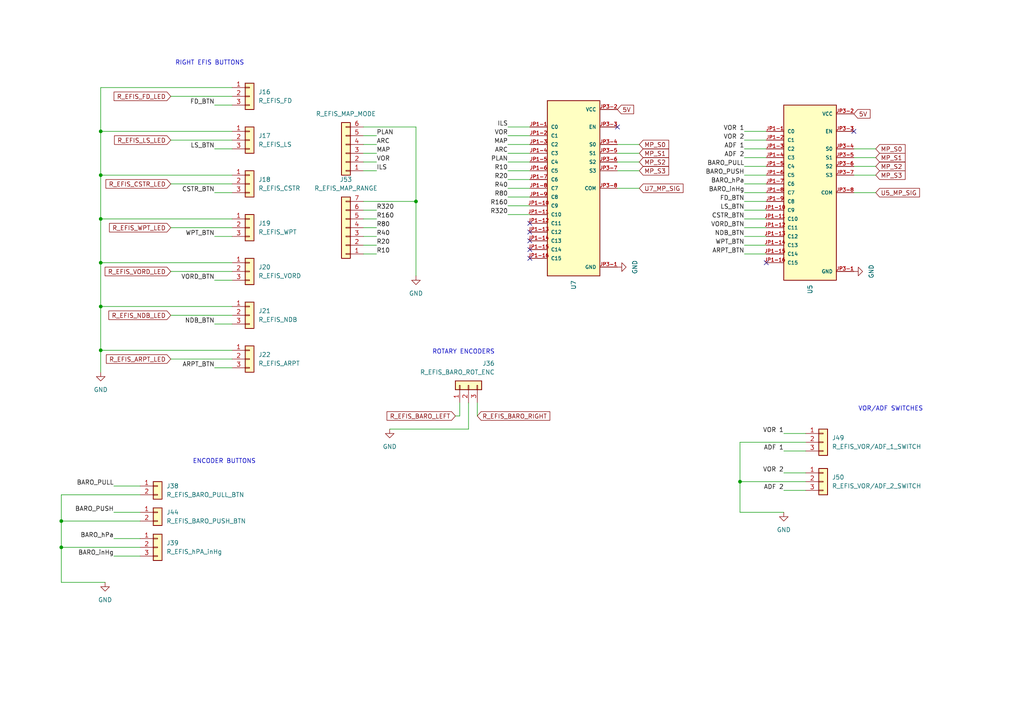
<source format=kicad_sch>
(kicad_sch (version 20231120) (generator "eeschema") (generator_version "8.0")
  (paper "A4")
  (title_block (title "FCU Mainboard schematics") (date "2024-03-05") (rev "1.0"))
  (lib_symbols
    (symbol "Connector_Generic:Conn_01x02" (pin_names (offset 1.016) hide)
      (property "Reference" "J" (at 0 2.54 0))
      (property "Value" "Conn_01x02" (at 0 -5.08 0))
      (symbol "Conn_01x02_1_1"
        (rectangle (start -1.27 -2.413) (end 0 -2.667) (stroke (width 0.1524)))
        (rectangle (start -1.27 0.127) (end 0 -0.127) (stroke (width 0.1524)))
        (rectangle (start -1.27 1.27) (end 1.27 -3.81) (stroke (width 0.254)) (fill (type background)))
        (pin passive line (at -5.08 0 0) (length 3.81) (name "Pin_1") (number "1"))
        (pin passive line (at -5.08 -2.54 0) (length 3.81) (name "Pin_2") (number "2"))
      )
    )
    (symbol "Connector_Generic:Conn_01x03" (pin_names (offset 1.016) hide)
      (property "Reference" "J" (at 0 5.08 0))
      (property "Value" "Conn_01x03" (at 0 -5.08 0))
      (symbol "Conn_01x03_1_1"
        (rectangle (start -1.27 -2.413) (end 0 -2.667) (stroke (width 0.1524)))
        (rectangle (start -1.27 0.127) (end 0 -0.127) (stroke (width 0.1524)))
        (rectangle (start -1.27 2.667) (end 0 2.413) (stroke (width 0.1524)))
        (rectangle (start -1.27 3.81) (end 1.27 -3.81) (stroke (width 0.254)) (fill (type background)))
        (pin passive line (at -5.08 2.54 0) (length 3.81) (name "Pin_1") (number "1"))
        (pin passive line (at -5.08 0 0) (length 3.81) (name "Pin_2") (number "2"))
        (pin passive line (at -5.08 -2.54 0) (length 3.81) (name "Pin_3") (number "3"))
      )
    )
    (symbol "Connector_Generic:Conn_01x06" (pin_names (offset 1.016) hide)
      (property "Reference" "J" (at 0 7.62 0))
      (property "Value" "Conn_01x06" (at 0 -10.16 0))
      (symbol "Conn_01x06_1_1"
        (rectangle (start -1.27 -7.493) (end 0 -7.747) (stroke (width 0.1524)))
        (rectangle (start -1.27 -4.953) (end 0 -5.207) (stroke (width 0.1524)))
        (rectangle (start -1.27 -2.413) (end 0 -2.667) (stroke (width 0.1524)))
        (rectangle (start -1.27 0.127) (end 0 -0.127) (stroke (width 0.1524)))
        (rectangle (start -1.27 2.667) (end 0 2.413) (stroke (width 0.1524)))
        (rectangle (start -1.27 5.207) (end 0 4.953) (stroke (width 0.1524)))
        (rectangle (start -1.27 6.35) (end 1.27 -8.89) (stroke (width 0.254)) (fill (type background)))
        (pin passive line (at -5.08 5.08 0) (length 3.81) (name "Pin_1") (number "1"))
        (pin passive line (at -5.08 2.54 0) (length 3.81) (name "Pin_2") (number "2"))
        (pin passive line (at -5.08 0 0) (length 3.81) (name "Pin_3") (number "3"))
        (pin passive line (at -5.08 -2.54 0) (length 3.81) (name "Pin_4") (number "4"))
        (pin passive line (at -5.08 -5.08 0) (length 3.81) (name "Pin_5") (number "5"))
        (pin passive line (at -5.08 -7.62 0) (length 3.81) (name "Pin_6") (number "6"))
      )
    )
    (symbol "Connector_Generic:Conn_01x07" (pin_names (offset 1.016) hide)
      (property "Reference" "J" (at 0 10.16 0))
      (property "Value" "Conn_01x07" (at 0 -10.16 0))
      (symbol "Conn_01x07_1_1"
        (rectangle (start -1.27 -7.493) (end 0 -7.747) (stroke (width 0.1524)))
        (rectangle (start -1.27 -4.953) (end 0 -5.207) (stroke (width 0.1524)))
        (rectangle (start -1.27 -2.413) (end 0 -2.667) (stroke (width 0.1524)))
        (rectangle (start -1.27 0.127) (end 0 -0.127) (stroke (width 0.1524)))
        (rectangle (start -1.27 2.667) (end 0 2.413) (stroke (width 0.1524)))
        (rectangle (start -1.27 5.207) (end 0 4.953) (stroke (width 0.1524)))
        (rectangle (start -1.27 7.747) (end 0 7.493) (stroke (width 0.1524)))
        (rectangle (start -1.27 8.89) (end 1.27 -8.89) (stroke (width 0.254)) (fill (type background)))
        (pin passive line (at -5.08 7.62 0) (length 3.81) (name "Pin_1") (number "1"))
        (pin passive line (at -5.08 5.08 0) (length 3.81) (name "Pin_2") (number "2"))
        (pin passive line (at -5.08 2.54 0) (length 3.81) (name "Pin_3") (number "3"))
        (pin passive line (at -5.08 0 0) (length 3.81) (name "Pin_4") (number "4"))
        (pin passive line (at -5.08 -2.54 0) (length 3.81) (name "Pin_5") (number "5"))
        (pin passive line (at -5.08 -5.08 0) (length 3.81) (name "Pin_6") (number "6"))
        (pin passive line (at -5.08 -7.62 0) (length 3.81) (name "Pin_7") (number "7"))
      )
    )
    (symbol "SF_Library:Multiplexer CD74HC4067 Breakout" (pin_names (offset 1.016))
      (property "Reference" "U" (at -7.62 25.908 0))
      (property "Value" "Multiplexer CD74HC4067 Breakout" (at -7.62 -27.94 0))
      (symbol "Multiplexer CD74HC4067 Breakout_0_0"
        (rectangle (start -7.62 -25.4) (end 7.62 25.4) (stroke (width 0.254)) (fill (type background)))
        (pin input line (at -12.7 17.78 0) (length 5.08) (name "C0") (number "JP1-1"))
        (pin input line (at -12.7 -5.08 0) (length 5.08) (name "C9") (number "JP1-10"))
        (pin input line (at -12.7 -7.62 0) (length 5.08) (name "C10") (number "JP1-11"))
        (pin input line (at -12.7 -10.16 0) (length 5.08) (name "C11") (number "JP1-12"))
        (pin input line (at -12.7 -12.7 0) (length 5.08) (name "C12") (number "JP1-13"))
        (pin input line (at -12.7 -15.24 0) (length 5.08) (name "C13") (number "JP1-14"))
        (pin input line (at -12.7 -17.78 0) (length 5.08) (name "C14") (number "JP1-15"))
        (pin input line (at -12.7 -20.32 0) (length 5.08) (name "C15") (number "JP1-16"))
        (pin input line (at -12.7 15.24 0) (length 5.08) (name "C1") (number "JP1-2"))
        (pin input line (at -12.7 12.7 0) (length 5.08) (name "C2") (number "JP1-3"))
        (pin input line (at -12.7 10.16 0) (length 5.08) (name "C3") (number "JP1-4"))
        (pin input line (at -12.7 7.62 0) (length 5.08) (name "C4") (number "JP1-5"))
        (pin input line (at -12.7 5.08 0) (length 5.08) (name "C5") (number "JP1-6"))
        (pin input line (at -12.7 2.54 0) (length 5.08) (name "C6") (number "JP1-7"))
        (pin input line (at -12.7 0 0) (length 5.08) (name "C7") (number "JP1-8"))
        (pin input line (at -12.7 -2.54 0) (length 5.08) (name "C8") (number "JP1-9"))
        (pin power_in line (at 12.7 -22.86 180) (length 5.08) (name "GND") (number "JP3-1"))
        (pin power_in line (at 12.7 22.86 180) (length 5.08) (name "VCC") (number "JP3-2"))
        (pin input line (at 12.7 17.78 180) (length 5.08) (name "EN") (number "JP3-3"))
        (pin input line (at 12.7 12.7 180) (length 5.08) (name "S0") (number "JP3-4"))
        (pin input line (at 12.7 10.16 180) (length 5.08) (name "S1") (number "JP3-5"))
        (pin input line (at 12.7 7.62 180) (length 5.08) (name "S2") (number "JP3-6"))
        (pin input line (at 12.7 5.08 180) (length 5.08) (name "S3") (number "JP3-7"))
        (pin bidirectional line (at 12.7 0 180) (length 5.08) (name "COM") (number "JP3-8"))
      )
    )
    (symbol "power:GND" (power) (pin_names (offset 0))
      (property "Value" "GND" (at 0 -3.81 0))
      (symbol "GND_0_1"
        (polyline (pts (xy 0 0) (xy 0 -1.27) (xy 1.27 -1.27) (xy 0 -2.54) (xy -1.27 -1.27) (xy 0 -1.27)))
      )
      (symbol "GND_1_1"
        (pin power_in line (at 0 0 270) (length 0) hide (name "GND") (number "1"))
      )
    )
  )
  (junction (at 29.21 50.8))
  (junction (at 17.78 151.13))
  (junction (at 214.63 139.7))
  (junction (at 29.21 88.9))
  (junction (at 120.65 58.42))
  (junction (at 29.21 63.5))
  (junction (at 29.21 76.2))
  (junction (at 29.21 101.6))
  (junction (at 17.78 158.75))
  (junction (at 29.21 38.1))
  (no_connect (at 153.67 64.77))
  (no_connect (at 153.67 74.93))
  (no_connect (at 153.67 69.85))
  (no_connect (at 222.25 76.2))
  (no_connect (at 247.65 38.1))
  (no_connect (at 153.67 67.31))
  (no_connect (at 153.67 72.39))
  (no_connect (at 179.07 36.83))
  (wire (pts (xy 29.21 38.1) (xy 29.21 50.8)))
  (wire (pts (xy 247.65 43.18) (xy 254 43.18)))
  (wire (pts (xy 227.33 130.81) (xy 233.68 130.81)))
  (wire (pts (xy 215.9 48.26) (xy 222.25 48.26)))
  (wire (pts (xy 29.21 101.6) (xy 67.31 101.6)))
  (wire (pts (xy 49.53 53.34) (xy 67.31 53.34)))
  (wire (pts (xy 215.9 53.34) (xy 222.25 53.34)))
  (wire (pts (xy 247.65 48.26) (xy 254 48.26)))
  (wire (pts (xy 67.31 63.5) (xy 29.21 63.5)))
  (wire (pts (xy 49.53 40.64) (xy 67.31 40.64)))
  (wire (pts (xy 233.68 128.27) (xy 214.63 128.27)))
  (wire (pts (xy 215.9 66.04) (xy 222.25 66.04)))
  (wire (pts (xy 62.23 81.28) (xy 67.31 81.28)))
  (wire (pts (xy 147.32 44.45) (xy 153.67 44.45)))
  (wire (pts (xy 49.53 27.94) (xy 67.31 27.94)))
  (wire (pts (xy 67.31 25.4) (xy 29.21 25.4)))
  (wire (pts (xy 40.64 158.75) (xy 17.78 158.75)))
  (wire (pts (xy 105.41 60.96) (xy 109.22 60.96)))
  (wire (pts (xy 147.32 52.07) (xy 153.67 52.07)))
  (wire (pts (xy 132.08 120.65) (xy 133.35 120.65)))
  (wire (pts (xy 105.41 66.04) (xy 109.22 66.04)))
  (wire (pts (xy 227.33 125.73) (xy 233.68 125.73)))
  (wire (pts (xy 105.41 36.83) (xy 120.65 36.83)))
  (wire (pts (xy 62.23 68.58) (xy 67.31 68.58)))
  (wire (pts (xy 215.9 73.66) (xy 222.25 73.66)))
  (wire (pts (xy 215.9 58.42) (xy 222.25 58.42)))
  (wire (pts (xy 49.53 66.04) (xy 67.31 66.04)))
  (wire (pts (xy 215.9 43.18) (xy 222.25 43.18)))
  (wire (pts (xy 179.07 49.53) (xy 185.42 49.53)))
  (wire (pts (xy 49.53 104.14) (xy 67.31 104.14)))
  (wire (pts (xy 17.78 151.13) (xy 40.64 151.13)))
  (wire (pts (xy 29.21 25.4) (xy 29.21 38.1)))
  (wire (pts (xy 105.41 49.53) (xy 109.22 49.53)))
  (wire (pts (xy 179.07 54.61) (xy 185.42 54.61)))
  (wire (pts (xy 215.9 71.12) (xy 222.25 71.12)))
  (wire (pts (xy 147.32 36.83) (xy 153.67 36.83)))
  (wire (pts (xy 17.78 143.51) (xy 17.78 151.13)))
  (wire (pts (xy 29.21 88.9) (xy 29.21 101.6)))
  (wire (pts (xy 17.78 158.75) (xy 17.78 168.91)))
  (wire (pts (xy 120.65 36.83) (xy 120.65 58.42)))
  (wire (pts (xy 215.9 68.58) (xy 222.25 68.58)))
  (wire (pts (xy 247.65 50.8) (xy 254 50.8)))
  (wire (pts (xy 29.21 38.1) (xy 67.31 38.1)))
  (wire (pts (xy 227.33 137.16) (xy 233.68 137.16)))
  (wire (pts (xy 67.31 88.9) (xy 29.21 88.9)))
  (wire (pts (xy 105.41 39.37) (xy 109.22 39.37)))
  (wire (pts (xy 62.23 93.98) (xy 67.31 93.98)))
  (wire (pts (xy 105.41 73.66) (xy 109.22 73.66)))
  (wire (pts (xy 29.21 76.2) (xy 29.21 88.9)))
  (wire (pts (xy 105.41 41.91) (xy 109.22 41.91)))
  (wire (pts (xy 147.32 46.99) (xy 153.67 46.99)))
  (wire (pts (xy 147.32 62.23) (xy 153.67 62.23)))
  (wire (pts (xy 147.32 49.53) (xy 153.67 49.53)))
  (wire (pts (xy 215.9 55.88) (xy 222.25 55.88)))
  (wire (pts (xy 215.9 38.1) (xy 222.25 38.1)))
  (wire (pts (xy 147.32 57.15) (xy 153.67 57.15)))
  (wire (pts (xy 62.23 43.18) (xy 67.31 43.18)))
  (wire (pts (xy 29.21 50.8) (xy 29.21 63.5)))
  (wire (pts (xy 105.41 71.12) (xy 109.22 71.12)))
  (wire (pts (xy 214.63 139.7) (xy 214.63 148.59)))
  (wire (pts (xy 147.32 59.69) (xy 153.67 59.69)))
  (wire (pts (xy 29.21 76.2) (xy 67.31 76.2)))
  (wire (pts (xy 105.41 44.45) (xy 109.22 44.45)))
  (wire (pts (xy 105.41 68.58) (xy 109.22 68.58)))
  (wire (pts (xy 215.9 45.72) (xy 222.25 45.72)))
  (wire (pts (xy 147.32 54.61) (xy 153.67 54.61)))
  (wire (pts (xy 147.32 39.37) (xy 153.67 39.37)))
  (wire (pts (xy 33.02 161.29) (xy 40.64 161.29)))
  (wire (pts (xy 29.21 101.6) (xy 29.21 107.95)))
  (wire (pts (xy 215.9 60.96) (xy 222.25 60.96)))
  (wire (pts (xy 215.9 40.64) (xy 222.25 40.64)))
  (wire (pts (xy 105.41 46.99) (xy 109.22 46.99)))
  (wire (pts (xy 215.9 63.5) (xy 222.25 63.5)))
  (wire (pts (xy 62.23 106.68) (xy 67.31 106.68)))
  (wire (pts (xy 179.07 41.91) (xy 185.42 41.91)))
  (wire (pts (xy 62.23 30.48) (xy 67.31 30.48)))
  (wire (pts (xy 147.32 41.91) (xy 153.67 41.91)))
  (wire (pts (xy 113.03 124.46) (xy 135.89 124.46)))
  (wire (pts (xy 227.33 142.24) (xy 233.68 142.24)))
  (wire (pts (xy 40.64 143.51) (xy 17.78 143.51)))
  (wire (pts (xy 179.07 44.45) (xy 185.42 44.45)))
  (wire (pts (xy 105.41 58.42) (xy 120.65 58.42)))
  (wire (pts (xy 29.21 50.8) (xy 67.31 50.8)))
  (wire (pts (xy 214.63 139.7) (xy 233.68 139.7)))
  (wire (pts (xy 33.02 140.97) (xy 40.64 140.97)))
  (wire (pts (xy 105.41 63.5) (xy 109.22 63.5)))
  (wire (pts (xy 17.78 151.13) (xy 17.78 158.75)))
  (wire (pts (xy 215.9 50.8) (xy 222.25 50.8)))
  (wire (pts (xy 247.65 45.72) (xy 254 45.72)))
  (wire (pts (xy 120.65 58.42) (xy 120.65 80.01)))
  (wire (pts (xy 33.02 148.59) (xy 40.64 148.59)))
  (wire (pts (xy 214.63 148.59) (xy 227.33 148.59)))
  (wire (pts (xy 133.35 120.65) (xy 133.35 116.84)))
  (wire (pts (xy 49.53 78.74) (xy 67.31 78.74)))
  (wire (pts (xy 179.07 46.99) (xy 185.42 46.99)))
  (wire (pts (xy 214.63 128.27) (xy 214.63 139.7)))
  (wire (pts (xy 33.02 156.21) (xy 40.64 156.21)))
  (wire (pts (xy 17.78 168.91) (xy 30.48 168.91)))
  (wire (pts (xy 29.21 63.5) (xy 29.21 76.2)))
  (wire (pts (xy 49.53 91.44) (xy 67.31 91.44)))
  (wire (pts (xy 138.43 116.84) (xy 138.43 120.65)))
  (wire (pts (xy 62.23 55.88) (xy 67.31 55.88)))
  (wire (pts (xy 247.65 55.88) (xy 254 55.88)))
  (wire (pts (xy 135.89 124.46) (xy 135.89 116.84)))
  (text "ENCODER BUTTONS" (at 55.88 134.62 0) (effects (font (size 1.27 1.27)) (justify left bottom)))
  (text "RIGHT EFIS BUTTONS" (at 50.8 19.05 0) (effects (font (size 1.27 1.27)) (justify left bottom)))
  (text "VOR/ADF SWITCHES" (at 248.92 119.38 0) (effects (font (size 1.27 1.27)) (justify left bottom)))
  (text "ROTARY ENCODERS" (at 143.51 102.87 0) (effects (font (size 1.27 1.27)) (justify right bottom)))
  (label "BARO_inHg" (at 215.9 55.88 180))
  (label "BARO_PUSH" (at 33.02 148.59 180))
  (label "MAP" (at 147.32 41.91 180))
  (label "ADF 2" (at 227.33 142.24 180))
  (label "FD_BTN" (at 215.9 58.42 180))
  (label "ADF 1" (at 227.33 130.81 180))
  (label "NDB_BTN" (at 215.9 68.58 180))
  (label "VOR" (at 109.22 46.99 0))
  (label "MAP" (at 109.22 44.45 0))
  (label "ARPT_BTN" (at 215.9 73.66 180))
  (label "VOR 1" (at 227.33 125.73 180))
  (label "R80" (at 147.32 57.15 180))
  (label "R20" (at 109.22 71.12 0))
  (label "ARC" (at 109.22 41.91 0))
  (label "VORD_BTN" (at 62.23 81.28 180))
  (label "R160" (at 109.22 63.5 0))
  (label "LS_BTN" (at 62.23 43.18 180))
  (label "R40" (at 147.32 54.61 180))
  (label "R20" (at 147.32 52.07 180))
  (label "ILS" (at 109.22 49.53 0))
  (label "ARPT_BTN" (at 62.23 106.68 180))
  (label "BARO_hPa" (at 215.9 53.34 180))
  (label "BARO_inHg" (at 33.02 161.29 180))
  (label "VOR 2" (at 227.33 137.16 180))
  (label "R40" (at 109.22 68.58 0))
  (label "BARO_PULL" (at 215.9 48.26 180))
  (label "PLAN" (at 109.22 39.37 0))
  (label "ILS" (at 147.32 36.83 180))
  (label "BARO_hPa" (at 33.02 156.21 180))
  (label "VORD_BTN" (at 215.9 66.04 180))
  (label "WPT_BTN" (at 62.23 68.58 180))
  (label "R320" (at 147.32 62.23 180))
  (label "R10" (at 147.32 49.53 180))
  (label "R10" (at 109.22 73.66 0))
  (label "R80" (at 109.22 66.04 0))
  (label "VOR" (at 147.32 39.37 180))
  (label "WPT_BTN" (at 215.9 71.12 180))
  (label "R160" (at 147.32 59.69 180))
  (label "CSTR_BTN" (at 215.9 63.5 180))
  (label "PLAN" (at 147.32 46.99 180))
  (label "VOR 2" (at 215.9 40.64 180))
  (label "NDB_BTN" (at 62.23 93.98 180))
  (label "FD_BTN" (at 62.23 30.48 180))
  (label "ADF 1" (at 215.9 43.18 180))
  (label "BARO_PUSH" (at 215.9 50.8 180))
  (label "CSTR_BTN" (at 62.23 55.88 180))
  (label "ADF 2" (at 215.9 45.72 180))
  (label "ARC" (at 147.32 44.45 180))
  (label "R320" (at 109.22 60.96 0))
  (label "LS_BTN" (at 215.9 60.96 180))
  (label "VOR 1" (at 215.9 38.1 180))
  (label "BARO_PULL" (at 33.02 140.97 180))
  (global_label "5V" (shape input) (at 247.65 33.02 0) (property "Intersheetrefs" "${INTERSHEET_REFS}" (effects (hide yes))))
  (global_label "MP_S3" (shape input) (at 185.42 49.53 0) (property "Intersheetrefs" "${INTERSHEET_REFS}" (effects (hide yes))))
  (global_label "R_EFIS_CSTR_LED" (shape input) (at 49.53 53.34 180) (property "Intersheetrefs" "${INTERSHEET_REFS}" (effects (hide yes))))
  (global_label "U7_MP_SIG" (shape input) (at 185.42 54.61 0) (property "Intersheetrefs" "${INTERSHEET_REFS}" (effects (hide yes))))
  (global_label "5V" (shape input) (at 179.07 31.75 0) (property "Intersheetrefs" "${INTERSHEET_REFS}" (effects (hide yes))))
  (global_label "R_EFIS_ARPT_LED" (shape input) (at 49.53 104.14 180) (property "Intersheetrefs" "${INTERSHEET_REFS}" (effects (hide yes))))
  (global_label "R_EFIS_BARO_RIGHT" (shape input) (at 138.43 120.65 0) (property "Intersheetrefs" "${INTERSHEET_REFS}" (effects (hide yes))))
  (global_label "MP_S1" (shape input) (at 254 45.72 0) (property "Intersheetrefs" "${INTERSHEET_REFS}" (effects (hide yes))))
  (global_label "R_EFIS_FD_LED" (shape input) (at 49.53 27.94 180) (property "Intersheetrefs" "${INTERSHEET_REFS}" (effects (hide yes))))
  (global_label "MP_S0" (shape input) (at 254 43.18 0) (property "Intersheetrefs" "${INTERSHEET_REFS}" (effects (hide yes))))
  (global_label "R_EFIS_WPT_LED" (shape input) (at 49.53 66.04 180) (property "Intersheetrefs" "${INTERSHEET_REFS}" (effects (hide yes))))
  (global_label "U5_MP_SIG" (shape input) (at 254 55.88 0) (property "Intersheetrefs" "${INTERSHEET_REFS}" (effects (hide yes))))
  (global_label "R_EFIS_BARO_LEFT" (shape input) (at 132.08 120.65 180) (property "Intersheetrefs" "${INTERSHEET_REFS}" (effects (hide yes))))
  (global_label "R_EFIS_NDB_LED" (shape input) (at 49.53 91.44 180) (property "Intersheetrefs" "${INTERSHEET_REFS}" (effects (hide yes))))
  (global_label "MP_S0" (shape input) (at 185.42 41.91 0) (property "Intersheetrefs" "${INTERSHEET_REFS}" (effects (hide yes))))
  (global_label "MP_S2" (shape input) (at 254 48.26 0) (property "Intersheetrefs" "${INTERSHEET_REFS}" (effects (hide yes))))
  (global_label "R_EFIS_VORD_LED" (shape input) (at 49.53 78.74 180) (property "Intersheetrefs" "${INTERSHEET_REFS}" (effects (hide yes))))
  (global_label "MP_S1" (shape input) (at 185.42 44.45 0) (property "Intersheetrefs" "${INTERSHEET_REFS}" (effects (hide yes))))
  (global_label "MP_S3" (shape input) (at 254 50.8 0) (property "Intersheetrefs" "${INTERSHEET_REFS}" (effects (hide yes))))
  (global_label "MP_S2" (shape input) (at 185.42 46.99 0) (property "Intersheetrefs" "${INTERSHEET_REFS}" (effects (hide yes))))
  (global_label "R_EFIS_LS_LED" (shape input) (at 49.53 40.64 180) (property "Intersheetrefs" "${INTERSHEET_REFS}" (effects (hide yes))))
  (symbol (lib_id "power:GND") (at 113.03 124.46 0) (unit 1)
    (property "Reference" "#PWR015" (effects (hide yes)))
    (property "Value" "GND" (at 113.03 129.54 0))
  )
  (symbol (lib_id "Connector_Generic:Conn_01x03") (at 72.39 40.64 0) (unit 1)
    (property "Reference" "J17" (at 74.93 39.37 0) (effects (justify left)))
    (property "Value" "R_EFIS_LS" (at 74.93 41.91 0) (effects (justify left)))
    (property "Footprint" "Connector_JST:JST_EH_B3B-EH-A_1x03_P2.50mm_Vertical" (effects (hide yes)))
  )
  (symbol (lib_id "power:GND") (at 227.33 148.59 0) (unit 1)
    (property "Reference" "#PWR018" (effects (hide yes)))
    (property "Value" "GND" (at 227.33 153.67 0))
  )
  (symbol (lib_id "Connector_Generic:Conn_01x02") (at 45.72 140.97 0) (unit 1)
    (property "Reference" "J38" (at 48.26 140.97 0) (effects (justify left)))
    (property "Value" "R_EFIS_BARO_PULL_BTN" (at 48.26 143.51 0) (effects (justify left)))
    (property "Footprint" "Connector_JST:JST_EH_B2B-EH-A_1x02_P2.50mm_Vertical" (effects (hide yes)))
  )
  (symbol (lib_id "power:GND") (at 179.07 77.47 90) (unit 1)
    (property "Reference" "#PWR013" (effects (hide yes)))
    (property "Value" "GND" (at 184.15 77.47 0))
  )
  (symbol (lib_id "Connector_Generic:Conn_01x03") (at 238.76 139.7 0) (unit 1)
    (property "Reference" "J50" (at 241.3 138.43 0) (effects (justify left)))
    (property "Value" "R_EFIS_VOR/ADF_2_SWITCH" (at 241.3 140.97 0) (effects (justify left)))
    (property "Footprint" "Connector_JST:JST_EH_B3B-EH-A_1x03_P2.50mm_Vertical" (effects (hide yes)))
  )
  (symbol (lib_id "Connector_Generic:Conn_01x03") (at 135.89 111.76 90) (unit 1)
    (property "Reference" "J36" (at 143.51 105.41 90) (effects (justify left)))
    (property "Value" "R_EFIS_BARO_ROT_ENC" (at 143.51 107.95 90) (effects (justify left)))
    (property "Footprint" "Connector_JST:JST_EH_B3B-EH-A_1x03_P2.50mm_Vertical" (effects (hide yes)))
  )
  (symbol (lib_id "Connector_Generic:Conn_01x03") (at 72.39 78.74 0) (unit 1)
    (property "Reference" "J20" (at 74.93 77.47 0) (effects (justify left)))
    (property "Value" "R_EFIS_VORD" (at 74.93 80.01 0) (effects (justify left)))
    (property "Footprint" "Connector_JST:JST_EH_B3B-EH-A_1x03_P2.50mm_Vertical" (effects (hide yes)))
  )
  (symbol (lib_id "Connector_Generic:Conn_01x03") (at 72.39 66.04 0) (unit 1)
    (property "Reference" "J19" (at 74.93 64.77 0) (effects (justify left)))
    (property "Value" "R_EFIS_WPT" (at 74.93 67.31 0) (effects (justify left)))
    (property "Footprint" "Connector_JST:JST_EH_B3B-EH-A_1x03_P2.50mm_Vertical" (effects (hide yes)))
  )
  (symbol (lib_id "SF_Library:Multiplexer CD74HC4067 Breakout") (at 166.37 54.61 0) (unit 1)
    (property "Reference" "U7" (at 166.37 81.28 90) (effects (justify right)))
    (property "Value" "Multiplexer CD74HC4067 Breakout" (effects (hide yes)))
    (property "Footprint" "AdaFruit:MODULE_BOB-09056" (effects (hide yes)))
    (property "Description" "\n74HC4067 Analog and Digital Switch Interface Evaluation Board\n" (effects (hide yes)))
    (property "MF" "SparkFun Electronics" (effects (hide yes)))
    (property "MAXIMUM_PACKAGE_HEIGHT" "N/A" (effects (hide yes)))
    (property "Package" "None" (effects (hide yes)))
    (property "Price" "None" (effects (hide yes)))
    (property "Check_prices" "https://www.snapeda.com/parts/BOB-09056/SparkFun+Electronics/view-part/?ref=eda" (effects (hide yes)))
    (property "STANDARD" "Manufacturer Recommendations" (effects (hide yes)))
    (property "PARTREV" "v11" (effects (hide yes)))
    (property "SnapEDA_Link" "https://www.snapeda.com/parts/BOB-09056/SparkFun+Electronics/view-part/?ref=snap" (effects (hide yes)))
    (property "MP" "BOB-09056" (effects (hide yes)))
    (property "Purchase-URL" "https://www.snapeda.com/api/url_track_click_mouser/?unipart_id=482777&manufacturer=SparkFun Electronics&part_name=BOB-09056&search_term=None" (effects (hide yes)))
    (property "Availability" "In Stock" (effects (hide yes)))
    (property "MANUFACTURER" "SparkFun Electronics" (effects (hide yes)))
  )
  (symbol (lib_id "power:GND") (at 120.65 80.01 0) (unit 1)
    (property "Reference" "#PWR029" (effects (hide yes)))
    (property "Value" "GND" (at 120.65 85.09 0))
  )
  (symbol (lib_id "Connector_Generic:Conn_01x03") (at 72.39 53.34 0) (unit 1)
    (property "Reference" "J18" (at 74.93 52.07 0) (effects (justify left)))
    (property "Value" "R_EFIS_CSTR" (at 74.93 54.61 0) (effects (justify left)))
    (property "Footprint" "Connector_JST:JST_EH_B3B-EH-A_1x03_P2.50mm_Vertical" (effects (hide yes)))
  )
  (symbol (lib_id "Connector_Generic:Conn_01x06") (at 100.33 44.45 180) (unit 1)
    (property "Reference" "J51" (effects (hide yes)))
    (property "Value" "R_EFIS_MAP_MODE" (at 100.33 33.02 0))
    (property "Footprint" "Connector_JST:JST_EH_B6B-EH-A_1x06_P2.50mm_Vertical" (effects (hide yes)))
  )
  (symbol (lib_id "power:GND") (at 29.21 107.95 0) (unit 1)
    (property "Reference" "#PWR014" (effects (hide yes)))
    (property "Value" "GND" (at 29.21 113.03 0))
  )
  (symbol (lib_id "Connector_Generic:Conn_01x02") (at 45.72 148.59 0) (unit 1)
    (property "Reference" "J44" (at 48.26 148.59 0) (effects (justify left)))
    (property "Value" "R_EFIS_BARO_PUSH_BTN" (at 48.26 151.13 0) (effects (justify left)))
    (property "Footprint" "Connector_JST:JST_EH_B2B-EH-A_1x02_P2.50mm_Vertical" (effects (hide yes)))
  )
  (symbol (lib_id "power:GND") (at 30.48 168.91 0) (unit 1)
    (property "Reference" "#PWR016" (effects (hide yes)))
    (property "Value" "GND" (at 30.48 173.99 0))
  )
  (symbol (lib_id "Connector_Generic:Conn_01x03") (at 72.39 27.94 0) (unit 1)
    (property "Reference" "J16" (at 74.93 26.67 0) (effects (justify left)))
    (property "Value" "R_EFIS_FD" (at 74.93 29.21 0) (effects (justify left)))
    (property "Footprint" "Connector_JST:JST_EH_B3B-EH-A_1x03_P2.50mm_Vertical" (effects (hide yes)))
  )
  (symbol (lib_id "Connector_Generic:Conn_01x03") (at 72.39 91.44 0) (unit 1)
    (property "Reference" "J21" (at 74.93 90.17 0) (effects (justify left)))
    (property "Value" "R_EFIS_NDB" (at 74.93 92.71 0) (effects (justify left)))
    (property "Footprint" "Connector_JST:JST_EH_B3B-EH-A_1x03_P2.50mm_Vertical" (effects (hide yes)))
  )
  (symbol (lib_id "SF_Library:Multiplexer CD74HC4067 Breakout") (at 234.95 55.88 0) (unit 1)
    (property "Reference" "U5" (at 234.95 82.55 90) (effects (justify right)))
    (property "Value" "Multiplexer CD74HC4067 Breakout" (effects (hide yes)))
    (property "Footprint" "AdaFruit:MODULE_BOB-09056" (effects (hide yes)))
    (property "Description" "\n74HC4067 Analog and Digital Switch Interface Evaluation Board\n" (effects (hide yes)))
    (property "MF" "SparkFun Electronics" (effects (hide yes)))
    (property "MAXIMUM_PACKAGE_HEIGHT" "N/A" (effects (hide yes)))
    (property "Package" "None" (effects (hide yes)))
    (property "Price" "None" (effects (hide yes)))
    (property "Check_prices" "https://www.snapeda.com/parts/BOB-09056/SparkFun+Electronics/view-part/?ref=eda" (effects (hide yes)))
    (property "STANDARD" "Manufacturer Recommendations" (effects (hide yes)))
    (property "PARTREV" "v11" (effects (hide yes)))
    (property "SnapEDA_Link" "https://www.snapeda.com/parts/BOB-09056/SparkFun+Electronics/view-part/?ref=snap" (effects (hide yes)))
    (property "MP" "BOB-09056" (effects (hide yes)))
    (property "Purchase-URL" "https://www.snapeda.com/api/url_track_click_mouser/?unipart_id=482777&manufacturer=SparkFun Electronics&part_name=BOB-09056&search_term=None" (effects (hide yes)))
    (property "Availability" "In Stock" (effects (hide yes)))
    (property "MANUFACTURER" "SparkFun Electronics" (effects (hide yes)))
  )
  (symbol (lib_id "Connector_Generic:Conn_01x03") (at 238.76 128.27 0) (unit 1)
    (property "Reference" "J49" (at 241.3 127 0) (effects (justify left)))
    (property "Value" "R_EFIS_VOR/ADF_1_SWITCH" (at 241.3 129.54 0) (effects (justify left)))
    (property "Footprint" "Connector_JST:JST_EH_B3B-EH-A_1x03_P2.50mm_Vertical" (effects (hide yes)))
  )
  (symbol (lib_id "Connector_Generic:Conn_01x07") (at 100.33 66.04 180) (unit 1)
    (property "Reference" "J53" (at 100.33 52.07 0))
    (property "Value" "R_EFIS_MAP_RANGE" (at 100.33 54.61 0))
    (property "Footprint" "Connector_JST:JST_EH_B7B-EH-A_1x07_P2.50mm_Vertical" (effects (hide yes)))
  )
  (symbol (lib_id "Connector_Generic:Conn_01x03") (at 45.72 158.75 0) (unit 1)
    (property "Reference" "J39" (at 48.26 157.48 0) (effects (justify left)))
    (property "Value" "R_EFIS_hPA_inHg" (at 48.26 160.02 0) (effects (justify left)))
    (property "Footprint" "Connector_JST:JST_EH_B3B-EH-A_1x03_P2.50mm_Vertical" (effects (hide yes)))
  )
  (symbol (lib_id "power:GND") (at 247.65 78.74 90) (unit 1)
    (property "Reference" "#PWR021" (effects (hide yes)))
    (property "Value" "GND" (at 252.73 78.74 0))
  )
  (symbol (lib_id "Connector_Generic:Conn_01x03") (at 72.39 104.14 0) (unit 1)
    (property "Reference" "J22" (at 74.93 102.87 0) (effects (justify left)))
    (property "Value" "R_EFIS_ARPT" (at 74.93 105.41 0) (effects (justify left)))
    (property "Footprint" "Connector_JST:JST_EH_B3B-EH-A_1x03_P2.50mm_Vertical" (effects (hide yes)))
  )
)
</source>
